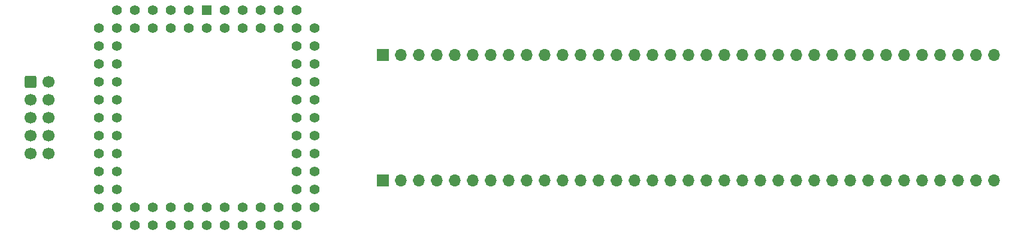
<source format=gts>
G04 #@! TF.GenerationSoftware,KiCad,Pcbnew,(6.0.11-0)*
G04 #@! TF.CreationDate,2023-06-20T14:40:52+02:00*
G04 #@! TF.ProjectId,atf1508_plcc84_breakout,61746631-3530-4385-9f70-6c636338345f,A*
G04 #@! TF.SameCoordinates,Original*
G04 #@! TF.FileFunction,Soldermask,Top*
G04 #@! TF.FilePolarity,Negative*
%FSLAX46Y46*%
G04 Gerber Fmt 4.6, Leading zero omitted, Abs format (unit mm)*
G04 Created by KiCad (PCBNEW (6.0.11-0)) date 2023-06-20 14:40:52*
%MOMM*%
%LPD*%
G01*
G04 APERTURE LIST*
G04 Aperture macros list*
%AMRoundRect*
0 Rectangle with rounded corners*
0 $1 Rounding radius*
0 $2 $3 $4 $5 $6 $7 $8 $9 X,Y pos of 4 corners*
0 Add a 4 corners polygon primitive as box body*
4,1,4,$2,$3,$4,$5,$6,$7,$8,$9,$2,$3,0*
0 Add four circle primitives for the rounded corners*
1,1,$1+$1,$2,$3*
1,1,$1+$1,$4,$5*
1,1,$1+$1,$6,$7*
1,1,$1+$1,$8,$9*
0 Add four rect primitives between the rounded corners*
20,1,$1+$1,$2,$3,$4,$5,0*
20,1,$1+$1,$4,$5,$6,$7,0*
20,1,$1+$1,$6,$7,$8,$9,0*
20,1,$1+$1,$8,$9,$2,$3,0*%
G04 Aperture macros list end*
%ADD10R,1.422400X1.422400*%
%ADD11C,1.422400*%
%ADD12RoundRect,0.250000X-0.600000X-0.600000X0.600000X-0.600000X0.600000X0.600000X-0.600000X0.600000X0*%
%ADD13C,1.700000*%
%ADD14R,1.700000X1.700000*%
%ADD15O,1.700000X1.700000*%
G04 APERTURE END LIST*
D10*
X104648000Y-46990000D03*
D11*
X104648000Y-49530000D03*
X102108000Y-46990000D03*
X102108000Y-49530000D03*
X99568000Y-46990000D03*
X99568000Y-49530000D03*
X97028000Y-46990000D03*
X97028000Y-49530000D03*
X94488000Y-46990000D03*
X94488000Y-49530000D03*
X91948000Y-46990000D03*
X89408000Y-49530000D03*
X91948000Y-49530000D03*
X89408000Y-52070000D03*
X91948000Y-52070000D03*
X89408000Y-54610000D03*
X91948000Y-54610000D03*
X89408000Y-57150000D03*
X91948000Y-57150000D03*
X89408000Y-59690000D03*
X91948000Y-59690000D03*
X89408000Y-62230000D03*
X91948000Y-62230000D03*
X89408000Y-64770000D03*
X91948000Y-64770000D03*
X89408000Y-67310000D03*
X91948000Y-67310000D03*
X89408000Y-69850000D03*
X91948000Y-69850000D03*
X89408000Y-72390000D03*
X91948000Y-72390000D03*
X89408000Y-74930000D03*
X91948000Y-77470000D03*
X91948000Y-74930000D03*
X94488000Y-77470000D03*
X94488000Y-74930000D03*
X97028000Y-77470000D03*
X97028000Y-74930000D03*
X99568000Y-77470000D03*
X99568000Y-74930000D03*
X102108000Y-77470000D03*
X102108000Y-74930000D03*
X104648000Y-77470000D03*
X104648000Y-74930000D03*
X107188000Y-77470000D03*
X107188000Y-74930000D03*
X109728000Y-77470000D03*
X109728000Y-74930000D03*
X112268000Y-77470000D03*
X112268000Y-74930000D03*
X114808000Y-77470000D03*
X114808000Y-74930000D03*
X117348000Y-77470000D03*
X119888000Y-74930000D03*
X117348000Y-74930000D03*
X119888000Y-72390000D03*
X117348000Y-72390000D03*
X119888000Y-69850000D03*
X117348000Y-69850000D03*
X119888000Y-67310000D03*
X117348000Y-67310000D03*
X119888000Y-64770000D03*
X117348000Y-64770000D03*
X119888000Y-62230000D03*
X117348000Y-62230000D03*
X119888000Y-59690000D03*
X117348000Y-59690000D03*
X119888000Y-57150000D03*
X117348000Y-57150000D03*
X119888000Y-54610000D03*
X117348000Y-54610000D03*
X119888000Y-52070000D03*
X117348000Y-52070000D03*
X119888000Y-49530000D03*
X117348000Y-46990000D03*
X117348000Y-49530000D03*
X114808000Y-46990000D03*
X114808000Y-49530000D03*
X112268000Y-46990000D03*
X112268000Y-49530000D03*
X109728000Y-46990000D03*
X109728000Y-49530000D03*
X107188000Y-46990000D03*
X107188000Y-49530000D03*
D12*
X79756000Y-57150000D03*
D13*
X82296000Y-57150000D03*
X79756000Y-59690000D03*
X82296000Y-59690000D03*
X79756000Y-62230000D03*
X82296000Y-62230000D03*
X79756000Y-64770000D03*
X82296000Y-64770000D03*
X79756000Y-67310000D03*
X82296000Y-67310000D03*
D14*
X129535000Y-71120000D03*
D15*
X132075000Y-71120000D03*
X134615000Y-71120000D03*
X137155000Y-71120000D03*
X139695000Y-71120000D03*
X142235000Y-71120000D03*
X144775000Y-71120000D03*
X147315000Y-71120000D03*
X149855000Y-71120000D03*
X152395000Y-71120000D03*
X154935000Y-71120000D03*
X157475000Y-71120000D03*
X160015000Y-71120000D03*
X162555000Y-71120000D03*
X165095000Y-71120000D03*
X167635000Y-71120000D03*
X170175000Y-71120000D03*
X172715000Y-71120000D03*
X175255000Y-71120000D03*
X177795000Y-71120000D03*
X180335000Y-71120000D03*
X182875000Y-71120000D03*
X185415000Y-71120000D03*
X187955000Y-71120000D03*
X190495000Y-71120000D03*
X193035000Y-71120000D03*
X195575000Y-71120000D03*
X198115000Y-71120000D03*
X200655000Y-71120000D03*
X203195000Y-71120000D03*
X205735000Y-71120000D03*
X208275000Y-71120000D03*
X210815000Y-71120000D03*
X213355000Y-71120000D03*
X215895000Y-71120000D03*
D14*
X129540000Y-53340000D03*
D15*
X132080000Y-53340000D03*
X134620000Y-53340000D03*
X137160000Y-53340000D03*
X139700000Y-53340000D03*
X142240000Y-53340000D03*
X144780000Y-53340000D03*
X147320000Y-53340000D03*
X149860000Y-53340000D03*
X152400000Y-53340000D03*
X154940000Y-53340000D03*
X157480000Y-53340000D03*
X160020000Y-53340000D03*
X162560000Y-53340000D03*
X165100000Y-53340000D03*
X167640000Y-53340000D03*
X170180000Y-53340000D03*
X172720000Y-53340000D03*
X175260000Y-53340000D03*
X177800000Y-53340000D03*
X180340000Y-53340000D03*
X182880000Y-53340000D03*
X185420000Y-53340000D03*
X187960000Y-53340000D03*
X190500000Y-53340000D03*
X193040000Y-53340000D03*
X195580000Y-53340000D03*
X198120000Y-53340000D03*
X200660000Y-53340000D03*
X203200000Y-53340000D03*
X205740000Y-53340000D03*
X208280000Y-53340000D03*
X210820000Y-53340000D03*
X213360000Y-53340000D03*
X215900000Y-53340000D03*
M02*

</source>
